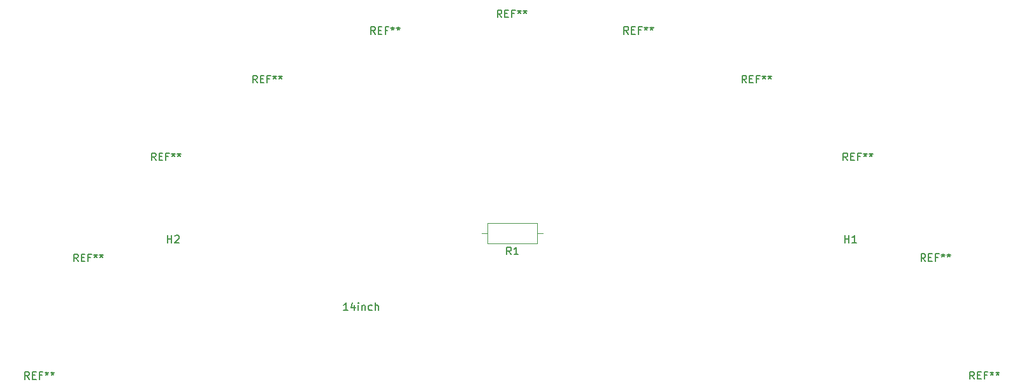
<source format=gbr>
%TF.GenerationSoftware,KiCad,Pcbnew,9.0.0*%
%TF.CreationDate,2025-06-25T22:47:07+09:00*%
%TF.ProjectId,_____,abe1e9bb-772e-46b6-9963-61645f706362,rev?*%
%TF.SameCoordinates,Original*%
%TF.FileFunction,Legend,Top*%
%TF.FilePolarity,Positive*%
%FSLAX46Y46*%
G04 Gerber Fmt 4.6, Leading zero omitted, Abs format (unit mm)*
G04 Created by KiCad (PCBNEW 9.0.0) date 2025-06-25 22:47:07*
%MOMM*%
%LPD*%
G01*
G04 APERTURE LIST*
%ADD10C,0.150000*%
%ADD11C,0.120000*%
G04 APERTURE END LIST*
D10*
X168666666Y-31254819D02*
X168333333Y-30778628D01*
X168095238Y-31254819D02*
X168095238Y-30254819D01*
X168095238Y-30254819D02*
X168476190Y-30254819D01*
X168476190Y-30254819D02*
X168571428Y-30302438D01*
X168571428Y-30302438D02*
X168619047Y-30350057D01*
X168619047Y-30350057D02*
X168666666Y-30445295D01*
X168666666Y-30445295D02*
X168666666Y-30588152D01*
X168666666Y-30588152D02*
X168619047Y-30683390D01*
X168619047Y-30683390D02*
X168571428Y-30731009D01*
X168571428Y-30731009D02*
X168476190Y-30778628D01*
X168476190Y-30778628D02*
X168095238Y-30778628D01*
X169095238Y-30731009D02*
X169428571Y-30731009D01*
X169571428Y-31254819D02*
X169095238Y-31254819D01*
X169095238Y-31254819D02*
X169095238Y-30254819D01*
X169095238Y-30254819D02*
X169571428Y-30254819D01*
X170333333Y-30731009D02*
X170000000Y-30731009D01*
X170000000Y-31254819D02*
X170000000Y-30254819D01*
X170000000Y-30254819D02*
X170476190Y-30254819D01*
X171000000Y-30254819D02*
X171000000Y-30492914D01*
X170761905Y-30397676D02*
X171000000Y-30492914D01*
X171000000Y-30492914D02*
X171238095Y-30397676D01*
X170857143Y-30683390D02*
X171000000Y-30492914D01*
X171000000Y-30492914D02*
X171142857Y-30683390D01*
X171761905Y-30254819D02*
X171761905Y-30492914D01*
X171523810Y-30397676D02*
X171761905Y-30492914D01*
X171761905Y-30492914D02*
X172000000Y-30397676D01*
X171619048Y-30683390D02*
X171761905Y-30492914D01*
X171761905Y-30492914D02*
X171904762Y-30683390D01*
X201166666Y-39964819D02*
X200833333Y-39488628D01*
X200595238Y-39964819D02*
X200595238Y-38964819D01*
X200595238Y-38964819D02*
X200976190Y-38964819D01*
X200976190Y-38964819D02*
X201071428Y-39012438D01*
X201071428Y-39012438D02*
X201119047Y-39060057D01*
X201119047Y-39060057D02*
X201166666Y-39155295D01*
X201166666Y-39155295D02*
X201166666Y-39298152D01*
X201166666Y-39298152D02*
X201119047Y-39393390D01*
X201119047Y-39393390D02*
X201071428Y-39441009D01*
X201071428Y-39441009D02*
X200976190Y-39488628D01*
X200976190Y-39488628D02*
X200595238Y-39488628D01*
X201595238Y-39441009D02*
X201928571Y-39441009D01*
X202071428Y-39964819D02*
X201595238Y-39964819D01*
X201595238Y-39964819D02*
X201595238Y-38964819D01*
X201595238Y-38964819D02*
X202071428Y-38964819D01*
X202833333Y-39441009D02*
X202500000Y-39441009D01*
X202500000Y-39964819D02*
X202500000Y-38964819D01*
X202500000Y-38964819D02*
X202976190Y-38964819D01*
X203500000Y-38964819D02*
X203500000Y-39202914D01*
X203261905Y-39107676D02*
X203500000Y-39202914D01*
X203500000Y-39202914D02*
X203738095Y-39107676D01*
X203357143Y-39393390D02*
X203500000Y-39202914D01*
X203500000Y-39202914D02*
X203642857Y-39393390D01*
X204261905Y-38964819D02*
X204261905Y-39202914D01*
X204023810Y-39107676D02*
X204261905Y-39202914D01*
X204261905Y-39202914D02*
X204500000Y-39107676D01*
X204119048Y-39393390D02*
X204261905Y-39202914D01*
X204261905Y-39202914D02*
X204404762Y-39393390D01*
X151846666Y-33474819D02*
X151513333Y-32998628D01*
X151275238Y-33474819D02*
X151275238Y-32474819D01*
X151275238Y-32474819D02*
X151656190Y-32474819D01*
X151656190Y-32474819D02*
X151751428Y-32522438D01*
X151751428Y-32522438D02*
X151799047Y-32570057D01*
X151799047Y-32570057D02*
X151846666Y-32665295D01*
X151846666Y-32665295D02*
X151846666Y-32808152D01*
X151846666Y-32808152D02*
X151799047Y-32903390D01*
X151799047Y-32903390D02*
X151751428Y-32951009D01*
X151751428Y-32951009D02*
X151656190Y-32998628D01*
X151656190Y-32998628D02*
X151275238Y-32998628D01*
X152275238Y-32951009D02*
X152608571Y-32951009D01*
X152751428Y-33474819D02*
X152275238Y-33474819D01*
X152275238Y-33474819D02*
X152275238Y-32474819D01*
X152275238Y-32474819D02*
X152751428Y-32474819D01*
X153513333Y-32951009D02*
X153180000Y-32951009D01*
X153180000Y-33474819D02*
X153180000Y-32474819D01*
X153180000Y-32474819D02*
X153656190Y-32474819D01*
X154180000Y-32474819D02*
X154180000Y-32712914D01*
X153941905Y-32617676D02*
X154180000Y-32712914D01*
X154180000Y-32712914D02*
X154418095Y-32617676D01*
X154037143Y-32903390D02*
X154180000Y-32712914D01*
X154180000Y-32712914D02*
X154322857Y-32903390D01*
X154941905Y-32474819D02*
X154941905Y-32712914D01*
X154703810Y-32617676D02*
X154941905Y-32712914D01*
X154941905Y-32712914D02*
X155180000Y-32617676D01*
X154799048Y-32903390D02*
X154941905Y-32712914D01*
X154941905Y-32712914D02*
X155084762Y-32903390D01*
X185496666Y-33464819D02*
X185163333Y-32988628D01*
X184925238Y-33464819D02*
X184925238Y-32464819D01*
X184925238Y-32464819D02*
X185306190Y-32464819D01*
X185306190Y-32464819D02*
X185401428Y-32512438D01*
X185401428Y-32512438D02*
X185449047Y-32560057D01*
X185449047Y-32560057D02*
X185496666Y-32655295D01*
X185496666Y-32655295D02*
X185496666Y-32798152D01*
X185496666Y-32798152D02*
X185449047Y-32893390D01*
X185449047Y-32893390D02*
X185401428Y-32941009D01*
X185401428Y-32941009D02*
X185306190Y-32988628D01*
X185306190Y-32988628D02*
X184925238Y-32988628D01*
X185925238Y-32941009D02*
X186258571Y-32941009D01*
X186401428Y-33464819D02*
X185925238Y-33464819D01*
X185925238Y-33464819D02*
X185925238Y-32464819D01*
X185925238Y-32464819D02*
X186401428Y-32464819D01*
X187163333Y-32941009D02*
X186830000Y-32941009D01*
X186830000Y-33464819D02*
X186830000Y-32464819D01*
X186830000Y-32464819D02*
X187306190Y-32464819D01*
X187830000Y-32464819D02*
X187830000Y-32702914D01*
X187591905Y-32607676D02*
X187830000Y-32702914D01*
X187830000Y-32702914D02*
X188068095Y-32607676D01*
X187687143Y-32893390D02*
X187830000Y-32702914D01*
X187830000Y-32702914D02*
X187972857Y-32893390D01*
X188591905Y-32464819D02*
X188591905Y-32702914D01*
X188353810Y-32607676D02*
X188591905Y-32702914D01*
X188591905Y-32702914D02*
X188830000Y-32607676D01*
X188449048Y-32893390D02*
X188591905Y-32702914D01*
X188591905Y-32702914D02*
X188734762Y-32893390D01*
X214626666Y-50294819D02*
X214293333Y-49818628D01*
X214055238Y-50294819D02*
X214055238Y-49294819D01*
X214055238Y-49294819D02*
X214436190Y-49294819D01*
X214436190Y-49294819D02*
X214531428Y-49342438D01*
X214531428Y-49342438D02*
X214579047Y-49390057D01*
X214579047Y-49390057D02*
X214626666Y-49485295D01*
X214626666Y-49485295D02*
X214626666Y-49628152D01*
X214626666Y-49628152D02*
X214579047Y-49723390D01*
X214579047Y-49723390D02*
X214531428Y-49771009D01*
X214531428Y-49771009D02*
X214436190Y-49818628D01*
X214436190Y-49818628D02*
X214055238Y-49818628D01*
X215055238Y-49771009D02*
X215388571Y-49771009D01*
X215531428Y-50294819D02*
X215055238Y-50294819D01*
X215055238Y-50294819D02*
X215055238Y-49294819D01*
X215055238Y-49294819D02*
X215531428Y-49294819D01*
X216293333Y-49771009D02*
X215960000Y-49771009D01*
X215960000Y-50294819D02*
X215960000Y-49294819D01*
X215960000Y-49294819D02*
X216436190Y-49294819D01*
X216960000Y-49294819D02*
X216960000Y-49532914D01*
X216721905Y-49437676D02*
X216960000Y-49532914D01*
X216960000Y-49532914D02*
X217198095Y-49437676D01*
X216817143Y-49723390D02*
X216960000Y-49532914D01*
X216960000Y-49532914D02*
X217102857Y-49723390D01*
X217721905Y-49294819D02*
X217721905Y-49532914D01*
X217483810Y-49437676D02*
X217721905Y-49532914D01*
X217721905Y-49532914D02*
X217960000Y-49437676D01*
X217579048Y-49723390D02*
X217721905Y-49532914D01*
X217721905Y-49532914D02*
X217864762Y-49723390D01*
X224966666Y-63744819D02*
X224633333Y-63268628D01*
X224395238Y-63744819D02*
X224395238Y-62744819D01*
X224395238Y-62744819D02*
X224776190Y-62744819D01*
X224776190Y-62744819D02*
X224871428Y-62792438D01*
X224871428Y-62792438D02*
X224919047Y-62840057D01*
X224919047Y-62840057D02*
X224966666Y-62935295D01*
X224966666Y-62935295D02*
X224966666Y-63078152D01*
X224966666Y-63078152D02*
X224919047Y-63173390D01*
X224919047Y-63173390D02*
X224871428Y-63221009D01*
X224871428Y-63221009D02*
X224776190Y-63268628D01*
X224776190Y-63268628D02*
X224395238Y-63268628D01*
X225395238Y-63221009D02*
X225728571Y-63221009D01*
X225871428Y-63744819D02*
X225395238Y-63744819D01*
X225395238Y-63744819D02*
X225395238Y-62744819D01*
X225395238Y-62744819D02*
X225871428Y-62744819D01*
X226633333Y-63221009D02*
X226300000Y-63221009D01*
X226300000Y-63744819D02*
X226300000Y-62744819D01*
X226300000Y-62744819D02*
X226776190Y-62744819D01*
X227300000Y-62744819D02*
X227300000Y-62982914D01*
X227061905Y-62887676D02*
X227300000Y-62982914D01*
X227300000Y-62982914D02*
X227538095Y-62887676D01*
X227157143Y-63173390D02*
X227300000Y-62982914D01*
X227300000Y-62982914D02*
X227442857Y-63173390D01*
X228061905Y-62744819D02*
X228061905Y-62982914D01*
X227823810Y-62887676D02*
X228061905Y-62982914D01*
X228061905Y-62982914D02*
X228300000Y-62887676D01*
X227919048Y-63173390D02*
X228061905Y-62982914D01*
X228061905Y-62982914D02*
X228204762Y-63173390D01*
X169913333Y-62824819D02*
X169580000Y-62348628D01*
X169341905Y-62824819D02*
X169341905Y-61824819D01*
X169341905Y-61824819D02*
X169722857Y-61824819D01*
X169722857Y-61824819D02*
X169818095Y-61872438D01*
X169818095Y-61872438D02*
X169865714Y-61920057D01*
X169865714Y-61920057D02*
X169913333Y-62015295D01*
X169913333Y-62015295D02*
X169913333Y-62158152D01*
X169913333Y-62158152D02*
X169865714Y-62253390D01*
X169865714Y-62253390D02*
X169818095Y-62301009D01*
X169818095Y-62301009D02*
X169722857Y-62348628D01*
X169722857Y-62348628D02*
X169341905Y-62348628D01*
X170865714Y-62824819D02*
X170294286Y-62824819D01*
X170580000Y-62824819D02*
X170580000Y-61824819D01*
X170580000Y-61824819D02*
X170484762Y-61967676D01*
X170484762Y-61967676D02*
X170389524Y-62062914D01*
X170389524Y-62062914D02*
X170294286Y-62110533D01*
X124238095Y-61254819D02*
X124238095Y-60254819D01*
X124238095Y-60731009D02*
X124809523Y-60731009D01*
X124809523Y-61254819D02*
X124809523Y-60254819D01*
X125238095Y-60350057D02*
X125285714Y-60302438D01*
X125285714Y-60302438D02*
X125380952Y-60254819D01*
X125380952Y-60254819D02*
X125619047Y-60254819D01*
X125619047Y-60254819D02*
X125714285Y-60302438D01*
X125714285Y-60302438D02*
X125761904Y-60350057D01*
X125761904Y-60350057D02*
X125809523Y-60445295D01*
X125809523Y-60445295D02*
X125809523Y-60540533D01*
X125809523Y-60540533D02*
X125761904Y-60683390D01*
X125761904Y-60683390D02*
X125190476Y-61254819D01*
X125190476Y-61254819D02*
X125809523Y-61254819D01*
X214238095Y-61254819D02*
X214238095Y-60254819D01*
X214238095Y-60731009D02*
X214809523Y-60731009D01*
X214809523Y-61254819D02*
X214809523Y-60254819D01*
X215809523Y-61254819D02*
X215238095Y-61254819D01*
X215523809Y-61254819D02*
X215523809Y-60254819D01*
X215523809Y-60254819D02*
X215428571Y-60397676D01*
X215428571Y-60397676D02*
X215333333Y-60492914D01*
X215333333Y-60492914D02*
X215238095Y-60540533D01*
X148238095Y-70254819D02*
X147666667Y-70254819D01*
X147952381Y-70254819D02*
X147952381Y-69254819D01*
X147952381Y-69254819D02*
X147857143Y-69397676D01*
X147857143Y-69397676D02*
X147761905Y-69492914D01*
X147761905Y-69492914D02*
X147666667Y-69540533D01*
X149095238Y-69588152D02*
X149095238Y-70254819D01*
X148857143Y-69207200D02*
X148619048Y-69921485D01*
X148619048Y-69921485D02*
X149238095Y-69921485D01*
X149619048Y-70254819D02*
X149619048Y-69588152D01*
X149619048Y-69254819D02*
X149571429Y-69302438D01*
X149571429Y-69302438D02*
X149619048Y-69350057D01*
X149619048Y-69350057D02*
X149666667Y-69302438D01*
X149666667Y-69302438D02*
X149619048Y-69254819D01*
X149619048Y-69254819D02*
X149619048Y-69350057D01*
X150095238Y-69588152D02*
X150095238Y-70254819D01*
X150095238Y-69683390D02*
X150142857Y-69635771D01*
X150142857Y-69635771D02*
X150238095Y-69588152D01*
X150238095Y-69588152D02*
X150380952Y-69588152D01*
X150380952Y-69588152D02*
X150476190Y-69635771D01*
X150476190Y-69635771D02*
X150523809Y-69731009D01*
X150523809Y-69731009D02*
X150523809Y-70254819D01*
X151428571Y-70207200D02*
X151333333Y-70254819D01*
X151333333Y-70254819D02*
X151142857Y-70254819D01*
X151142857Y-70254819D02*
X151047619Y-70207200D01*
X151047619Y-70207200D02*
X151000000Y-70159580D01*
X151000000Y-70159580D02*
X150952381Y-70064342D01*
X150952381Y-70064342D02*
X150952381Y-69778628D01*
X150952381Y-69778628D02*
X151000000Y-69683390D01*
X151000000Y-69683390D02*
X151047619Y-69635771D01*
X151047619Y-69635771D02*
X151142857Y-69588152D01*
X151142857Y-69588152D02*
X151333333Y-69588152D01*
X151333333Y-69588152D02*
X151428571Y-69635771D01*
X151857143Y-70254819D02*
X151857143Y-69254819D01*
X152285714Y-70254819D02*
X152285714Y-69731009D01*
X152285714Y-69731009D02*
X152238095Y-69635771D01*
X152238095Y-69635771D02*
X152142857Y-69588152D01*
X152142857Y-69588152D02*
X152000000Y-69588152D01*
X152000000Y-69588152D02*
X151904762Y-69635771D01*
X151904762Y-69635771D02*
X151857143Y-69683390D01*
X231456666Y-79424819D02*
X231123333Y-78948628D01*
X230885238Y-79424819D02*
X230885238Y-78424819D01*
X230885238Y-78424819D02*
X231266190Y-78424819D01*
X231266190Y-78424819D02*
X231361428Y-78472438D01*
X231361428Y-78472438D02*
X231409047Y-78520057D01*
X231409047Y-78520057D02*
X231456666Y-78615295D01*
X231456666Y-78615295D02*
X231456666Y-78758152D01*
X231456666Y-78758152D02*
X231409047Y-78853390D01*
X231409047Y-78853390D02*
X231361428Y-78901009D01*
X231361428Y-78901009D02*
X231266190Y-78948628D01*
X231266190Y-78948628D02*
X230885238Y-78948628D01*
X231885238Y-78901009D02*
X232218571Y-78901009D01*
X232361428Y-79424819D02*
X231885238Y-79424819D01*
X231885238Y-79424819D02*
X231885238Y-78424819D01*
X231885238Y-78424819D02*
X232361428Y-78424819D01*
X233123333Y-78901009D02*
X232790000Y-78901009D01*
X232790000Y-79424819D02*
X232790000Y-78424819D01*
X232790000Y-78424819D02*
X233266190Y-78424819D01*
X233790000Y-78424819D02*
X233790000Y-78662914D01*
X233551905Y-78567676D02*
X233790000Y-78662914D01*
X233790000Y-78662914D02*
X234028095Y-78567676D01*
X233647143Y-78853390D02*
X233790000Y-78662914D01*
X233790000Y-78662914D02*
X233932857Y-78853390D01*
X234551905Y-78424819D02*
X234551905Y-78662914D01*
X234313810Y-78567676D02*
X234551905Y-78662914D01*
X234551905Y-78662914D02*
X234790000Y-78567676D01*
X234409048Y-78853390D02*
X234551905Y-78662914D01*
X234551905Y-78662914D02*
X234694762Y-78853390D01*
X136166666Y-39964819D02*
X135833333Y-39488628D01*
X135595238Y-39964819D02*
X135595238Y-38964819D01*
X135595238Y-38964819D02*
X135976190Y-38964819D01*
X135976190Y-38964819D02*
X136071428Y-39012438D01*
X136071428Y-39012438D02*
X136119047Y-39060057D01*
X136119047Y-39060057D02*
X136166666Y-39155295D01*
X136166666Y-39155295D02*
X136166666Y-39298152D01*
X136166666Y-39298152D02*
X136119047Y-39393390D01*
X136119047Y-39393390D02*
X136071428Y-39441009D01*
X136071428Y-39441009D02*
X135976190Y-39488628D01*
X135976190Y-39488628D02*
X135595238Y-39488628D01*
X136595238Y-39441009D02*
X136928571Y-39441009D01*
X137071428Y-39964819D02*
X136595238Y-39964819D01*
X136595238Y-39964819D02*
X136595238Y-38964819D01*
X136595238Y-38964819D02*
X137071428Y-38964819D01*
X137833333Y-39441009D02*
X137500000Y-39441009D01*
X137500000Y-39964819D02*
X137500000Y-38964819D01*
X137500000Y-38964819D02*
X137976190Y-38964819D01*
X138500000Y-38964819D02*
X138500000Y-39202914D01*
X138261905Y-39107676D02*
X138500000Y-39202914D01*
X138500000Y-39202914D02*
X138738095Y-39107676D01*
X138357143Y-39393390D02*
X138500000Y-39202914D01*
X138500000Y-39202914D02*
X138642857Y-39393390D01*
X139261905Y-38964819D02*
X139261905Y-39202914D01*
X139023810Y-39107676D02*
X139261905Y-39202914D01*
X139261905Y-39202914D02*
X139500000Y-39107676D01*
X139119048Y-39393390D02*
X139261905Y-39202914D01*
X139261905Y-39202914D02*
X139404762Y-39393390D01*
X122706666Y-50294819D02*
X122373333Y-49818628D01*
X122135238Y-50294819D02*
X122135238Y-49294819D01*
X122135238Y-49294819D02*
X122516190Y-49294819D01*
X122516190Y-49294819D02*
X122611428Y-49342438D01*
X122611428Y-49342438D02*
X122659047Y-49390057D01*
X122659047Y-49390057D02*
X122706666Y-49485295D01*
X122706666Y-49485295D02*
X122706666Y-49628152D01*
X122706666Y-49628152D02*
X122659047Y-49723390D01*
X122659047Y-49723390D02*
X122611428Y-49771009D01*
X122611428Y-49771009D02*
X122516190Y-49818628D01*
X122516190Y-49818628D02*
X122135238Y-49818628D01*
X123135238Y-49771009D02*
X123468571Y-49771009D01*
X123611428Y-50294819D02*
X123135238Y-50294819D01*
X123135238Y-50294819D02*
X123135238Y-49294819D01*
X123135238Y-49294819D02*
X123611428Y-49294819D01*
X124373333Y-49771009D02*
X124040000Y-49771009D01*
X124040000Y-50294819D02*
X124040000Y-49294819D01*
X124040000Y-49294819D02*
X124516190Y-49294819D01*
X125040000Y-49294819D02*
X125040000Y-49532914D01*
X124801905Y-49437676D02*
X125040000Y-49532914D01*
X125040000Y-49532914D02*
X125278095Y-49437676D01*
X124897143Y-49723390D02*
X125040000Y-49532914D01*
X125040000Y-49532914D02*
X125182857Y-49723390D01*
X125801905Y-49294819D02*
X125801905Y-49532914D01*
X125563810Y-49437676D02*
X125801905Y-49532914D01*
X125801905Y-49532914D02*
X126040000Y-49437676D01*
X125659048Y-49723390D02*
X125801905Y-49532914D01*
X125801905Y-49532914D02*
X125944762Y-49723390D01*
X112376666Y-63754819D02*
X112043333Y-63278628D01*
X111805238Y-63754819D02*
X111805238Y-62754819D01*
X111805238Y-62754819D02*
X112186190Y-62754819D01*
X112186190Y-62754819D02*
X112281428Y-62802438D01*
X112281428Y-62802438D02*
X112329047Y-62850057D01*
X112329047Y-62850057D02*
X112376666Y-62945295D01*
X112376666Y-62945295D02*
X112376666Y-63088152D01*
X112376666Y-63088152D02*
X112329047Y-63183390D01*
X112329047Y-63183390D02*
X112281428Y-63231009D01*
X112281428Y-63231009D02*
X112186190Y-63278628D01*
X112186190Y-63278628D02*
X111805238Y-63278628D01*
X112805238Y-63231009D02*
X113138571Y-63231009D01*
X113281428Y-63754819D02*
X112805238Y-63754819D01*
X112805238Y-63754819D02*
X112805238Y-62754819D01*
X112805238Y-62754819D02*
X113281428Y-62754819D01*
X114043333Y-63231009D02*
X113710000Y-63231009D01*
X113710000Y-63754819D02*
X113710000Y-62754819D01*
X113710000Y-62754819D02*
X114186190Y-62754819D01*
X114710000Y-62754819D02*
X114710000Y-62992914D01*
X114471905Y-62897676D02*
X114710000Y-62992914D01*
X114710000Y-62992914D02*
X114948095Y-62897676D01*
X114567143Y-63183390D02*
X114710000Y-62992914D01*
X114710000Y-62992914D02*
X114852857Y-63183390D01*
X115471905Y-62754819D02*
X115471905Y-62992914D01*
X115233810Y-62897676D02*
X115471905Y-62992914D01*
X115471905Y-62992914D02*
X115710000Y-62897676D01*
X115329048Y-63183390D02*
X115471905Y-62992914D01*
X115471905Y-62992914D02*
X115614762Y-63183390D01*
X105886666Y-79434819D02*
X105553333Y-78958628D01*
X105315238Y-79434819D02*
X105315238Y-78434819D01*
X105315238Y-78434819D02*
X105696190Y-78434819D01*
X105696190Y-78434819D02*
X105791428Y-78482438D01*
X105791428Y-78482438D02*
X105839047Y-78530057D01*
X105839047Y-78530057D02*
X105886666Y-78625295D01*
X105886666Y-78625295D02*
X105886666Y-78768152D01*
X105886666Y-78768152D02*
X105839047Y-78863390D01*
X105839047Y-78863390D02*
X105791428Y-78911009D01*
X105791428Y-78911009D02*
X105696190Y-78958628D01*
X105696190Y-78958628D02*
X105315238Y-78958628D01*
X106315238Y-78911009D02*
X106648571Y-78911009D01*
X106791428Y-79434819D02*
X106315238Y-79434819D01*
X106315238Y-79434819D02*
X106315238Y-78434819D01*
X106315238Y-78434819D02*
X106791428Y-78434819D01*
X107553333Y-78911009D02*
X107220000Y-78911009D01*
X107220000Y-79434819D02*
X107220000Y-78434819D01*
X107220000Y-78434819D02*
X107696190Y-78434819D01*
X108220000Y-78434819D02*
X108220000Y-78672914D01*
X107981905Y-78577676D02*
X108220000Y-78672914D01*
X108220000Y-78672914D02*
X108458095Y-78577676D01*
X108077143Y-78863390D02*
X108220000Y-78672914D01*
X108220000Y-78672914D02*
X108362857Y-78863390D01*
X108981905Y-78434819D02*
X108981905Y-78672914D01*
X108743810Y-78577676D02*
X108981905Y-78672914D01*
X108981905Y-78672914D02*
X109220000Y-78577676D01*
X108839048Y-78863390D02*
X108981905Y-78672914D01*
X108981905Y-78672914D02*
X109124762Y-78863390D01*
D11*
%TO.C,R1*%
X174120000Y-60000000D02*
X173350000Y-60000000D01*
X173350000Y-61370000D02*
X173350000Y-58630000D01*
X173350000Y-58630000D02*
X166810000Y-58630000D01*
X166810000Y-61370000D02*
X173350000Y-61370000D01*
X166810000Y-58630000D02*
X166810000Y-61370000D01*
X166040000Y-60000000D02*
X166810000Y-60000000D01*
%TD*%
M02*

</source>
